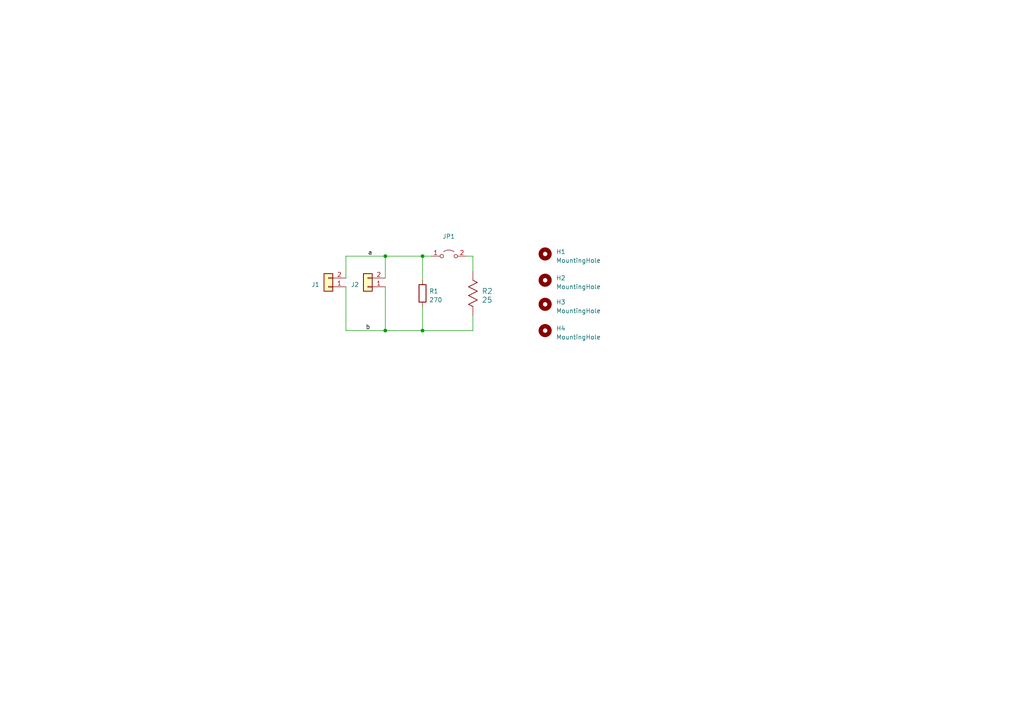
<source format=kicad_sch>
(kicad_sch (version 20230121) (generator eeschema)
  (paper "A4")
  (lib_symbols
    (symbol "2023-04-12_20-07-51:RES" (pin_numbers hide) (pin_names (offset -2.54) hide)
      (property "Reference" "R" (at 5.715 3.81 0))
      (property "Value" "RES" (at 6.35 -6.985 0))
      (symbol "RES_1_1"
        (polyline (pts (xy 2.54 0) (xy 3.175 1.27)) (stroke (width 0.2032)))
        (polyline (pts (xy 3.175 1.27) (xy 4.445 -1.27)) (stroke (width 0.2032)))
        (polyline (pts (xy 4.445 -1.27) (xy 5.715 1.27)) (stroke (width 0.2032)))
        (polyline (pts (xy 5.715 1.27) (xy 6.985 -1.27)) (stroke (width 0.2032)))
        (polyline (pts (xy 6.985 -1.27) (xy 8.255 1.27)) (stroke (width 0.2032)))
        (polyline (pts (xy 8.255 1.27) (xy 9.525 -1.27)) (stroke (width 0.2032)))
        (polyline (pts (xy 9.525 -1.27) (xy 10.16 0)) (stroke (width 0.2032)))
        (pin unspecified line (at 0 0 0) (length 2.54) (name "1") (number "1"))
        (pin unspecified line (at 12.7 0 180) (length 2.54) (name "2") (number "2"))
      )
    )
    (symbol "Connector_Generic:Conn_01x02" (pin_names (offset 1.016) hide)
      (property "Reference" "J" (at 0 2.54 0))
      (property "Value" "Conn_01x02" (at 0 -5.08 0))
      (symbol "Conn_01x02_1_1"
        (rectangle (start -1.27 -2.413) (end 0 -2.667) (stroke (width 0.1524)))
        (rectangle (start -1.27 0.127) (end 0 -0.127) (stroke (width 0.1524)))
        (rectangle (start -1.27 1.27) (end 1.27 -3.81) (stroke (width 0.254)) (fill (type background)))
        (pin passive line (at -5.08 0 0) (length 3.81) (name "Pin_1") (number "1"))
        (pin passive line (at -5.08 -2.54 0) (length 3.81) (name "Pin_2") (number "2"))
      )
    )
    (symbol "Device:R" (pin_numbers hide) (pin_names (offset 0))
      (property "Reference" "R" (at 2.032 0 90))
      (property "Value" "R" (at 0 0 90))
      (symbol "R_0_1"
        (rectangle (start -1.016 -2.54) (end 1.016 2.54) (stroke (width 0.254)))
      )
      (symbol "R_1_1"
        (pin passive line (at 0 3.81 270) (length 1.27) (name "~") (number "1"))
        (pin passive line (at 0 -3.81 90) (length 1.27) (name "~") (number "2"))
      )
    )
    (symbol "Jumper:Jumper_2_Open" (pin_names (offset 0) hide)
      (property "Reference" "JP" (at 0 2.794 0))
      (property "Value" "Jumper_2_Open" (at 0 -2.286 0))
      (symbol "Jumper_2_Open_0_0"
        (circle (center -2.032 0) (radius 0.508))
        (circle (center 2.032 0) (radius 0.508))
      )
      (symbol "Jumper_2_Open_0_1"
        (arc (start 1.524 1.27) (mid 0 1.778) (end -1.524 1.27))
      )
      (symbol "Jumper_2_Open_1_1"
        (pin passive line (at -5.08 0 0) (length 2.54) (name "A") (number "1"))
        (pin passive line (at 5.08 0 180) (length 2.54) (name "B") (number "2"))
      )
    )
    (symbol "Mechanical:MountingHole" (pin_names (offset 1.016))
      (property "Reference" "H" (at 0 5.08 0))
      (property "Value" "MountingHole" (at 0 3.175 0))
      (symbol "MountingHole_0_1"
        (circle (center 0 0) (radius 1.27) (stroke (width 1.27)))
      )
    )
  )
  (junction (at 111.76 74.295))
  (junction (at 122.555 95.885))
  (junction (at 111.76 95.885))
  (junction (at 122.555 74.295))
  (wire (pts (xy 100.33 80.645) (xy 100.33 74.295)))
  (wire (pts (xy 111.76 74.295) (xy 122.555 74.295)))
  (wire (pts (xy 137.16 91.44) (xy 137.16 95.885)))
  (wire (pts (xy 111.76 74.295) (xy 111.76 80.645)))
  (wire (pts (xy 125.095 74.295) (xy 122.555 74.295)))
  (wire (pts (xy 122.555 74.295) (xy 122.555 81.28)))
  (wire (pts (xy 100.33 74.295) (xy 111.76 74.295)))
  (wire (pts (xy 137.16 74.295) (xy 137.16 78.74)))
  (wire (pts (xy 100.33 83.185) (xy 100.33 95.885)))
  (wire (pts (xy 111.76 95.885) (xy 122.555 95.885)))
  (wire (pts (xy 100.33 95.885) (xy 111.76 95.885)))
  (wire (pts (xy 111.76 83.185) (xy 111.76 95.885)))
  (wire (pts (xy 137.16 95.885) (xy 122.555 95.885)))
  (wire (pts (xy 135.255 74.295) (xy 137.16 74.295)))
  (wire (pts (xy 122.555 95.885) (xy 122.555 88.9)))
  (label "b" (at 106.045 95.885 0))
  (label "a" (at 106.68 74.295 0))
  (symbol (lib_id "2023-04-12_20-07-51:RES") (at 137.16 91.44 90) (unit 1)
    (property "Reference" "R2" (at 139.7 84.455 90) (effects (font (size 1.524 1.524)) (justify right)))
    (property "Value" "25" (at 139.7 86.995 90) (effects (font (size 1.524 1.524)) (justify right)))
    (property "Footprint" "footprints:KAL25FB25R0" (effects hide))
  )
  (symbol (lib_id "Mechanical:MountingHole") (at 158.115 95.885 0) (unit 1)
    (property "Reference" "H4" (at 161.29 95.25 0) (effects (justify left)))
    (property "Value" "MountingHole" (at 161.29 97.79 0) (effects (justify left)))
    (property "Footprint" "MountingHole:MountingHole_3.2mm_M3" (effects hide))
  )
  (symbol (lib_id "Connector_Generic:Conn_01x02") (at 106.68 83.185 180) (unit 1)
    (property "Reference" "J2" (at 104.14 82.55 0) (effects (justify left)))
    (property "Value" "Conn_01x02" (effects hide))
    (property "Footprint" "Connector_Molex:Molex_KK-254_AE-6410-02A_1x02_P2.54mm_Vertical" (effects hide))
  )
  (symbol (lib_id "Device:R") (at 122.555 85.09 0) (unit 1)
    (property "Reference" "R1" (at 124.46 84.455 0) (effects (justify left)))
    (property "Value" "270" (at 124.46 86.995 0) (effects (justify left)))
    (property "Footprint" "Resistor_THT:R_Axial_Power_L25.0mm_W9.0mm_P30.48mm" (effects hide))
  )
  (symbol (lib_id "Mechanical:MountingHole") (at 158.115 73.66 0) (unit 1)
    (property "Reference" "H1" (at 161.29 73.025 0) (effects (justify left)))
    (property "Value" "MountingHole" (at 161.29 75.565 0) (effects (justify left)))
    (property "Footprint" "MountingHole:MountingHole_3.2mm_M3" (effects hide))
  )
  (symbol (lib_id "Mechanical:MountingHole") (at 158.115 88.265 0) (unit 1)
    (property "Reference" "H3" (at 161.29 87.63 0) (effects (justify left)))
    (property "Value" "MountingHole" (at 161.29 90.17 0) (effects (justify left)))
    (property "Footprint" "MountingHole:MountingHole_3.2mm_M3" (effects hide))
  )
  (symbol (lib_id "Connector_Generic:Conn_01x02") (at 95.25 83.185 180) (unit 1)
    (property "Reference" "J1" (at 92.71 82.55 0) (effects (justify left)))
    (property "Value" "Conn_01x02" (effects hide))
    (property "Footprint" "Connector_Molex:Molex_KK-254_AE-6410-02A_1x02_P2.54mm_Vertical" (effects hide))
  )
  (symbol (lib_id "Mechanical:MountingHole") (at 158.115 81.28 0) (unit 1)
    (property "Reference" "H2" (at 161.29 80.645 0) (effects (justify left)))
    (property "Value" "MountingHole" (at 161.29 83.185 0) (effects (justify left)))
    (property "Footprint" "MountingHole:MountingHole_3.2mm_M3" (effects hide))
  )
  (symbol (lib_id "Jumper:Jumper_2_Open") (at 130.175 74.295 0) (unit 1)
    (property "Reference" "JP1" (at 130.175 68.58 0))
    (property "Value" "Jumper_2_Open" (effects hide))
    (property "Footprint" "Connector_PinHeader_2.54mm:PinHeader_1x02_P2.54mm_Vertical" (effects hide))
  )
)
</source>
